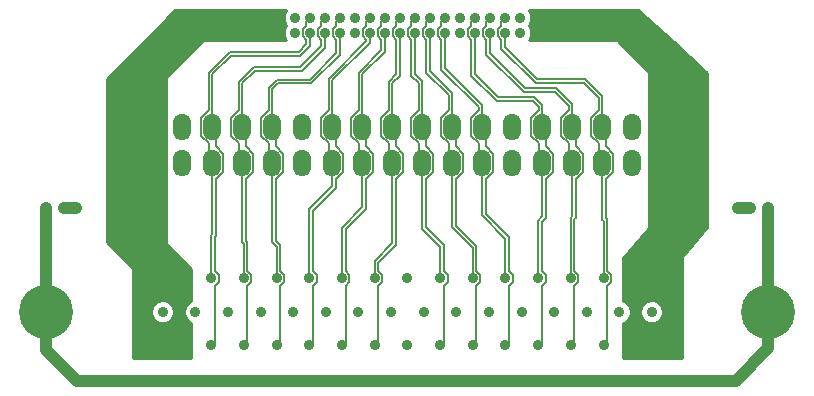
<source format=gbr>
G04 #@! TF.FileFunction,Copper,L1,Top,Signal*
%FSLAX46Y46*%
G04 Gerber Fmt 4.6, Leading zero omitted, Abs format (unit mm)*
G04 Created by KiCad (PCBNEW 4.0.4-stable) date 2016 October 17, Monday 14:50:17*
%MOMM*%
%LPD*%
G01*
G04 APERTURE LIST*
%ADD10C,0.100000*%
%ADD11R,1.524000X2.286000*%
%ADD12O,1.524000X2.286000*%
%ADD13C,0.900000*%
%ADD14R,0.800000X0.750000*%
%ADD15C,4.572000*%
%ADD16C,0.914400*%
%ADD17C,0.600000*%
%ADD18C,0.508000*%
%ADD19C,1.016000*%
%ADD20C,0.152400*%
%ADD21C,0.250000*%
%ADD22C,0.381000*%
%ADD23C,0.254000*%
G04 APERTURE END LIST*
D10*
D11*
X117419120Y-89809320D03*
D12*
X119959120Y-89809320D03*
X122499120Y-89809320D03*
X125039120Y-89809320D03*
X127579120Y-89809320D03*
X130119120Y-89809320D03*
X132659120Y-89809320D03*
X135199120Y-89809320D03*
X137739120Y-89809320D03*
X140279120Y-89809320D03*
X142819120Y-89809320D03*
X145359120Y-89809320D03*
X147899120Y-89809320D03*
X150439120Y-89809320D03*
X152979120Y-89809320D03*
X155519120Y-89809320D03*
X158059120Y-89809320D03*
X160599120Y-89809320D03*
X163139120Y-89809320D03*
X165679120Y-89809320D03*
X117419120Y-86761320D03*
X119959120Y-86761320D03*
X122499120Y-86761320D03*
X125039120Y-86761320D03*
X127579120Y-86761320D03*
X130119120Y-86761320D03*
X132659120Y-86761320D03*
X135199120Y-86761320D03*
X137739120Y-86761320D03*
X140279120Y-86761320D03*
X142819120Y-86761320D03*
X145359120Y-86761320D03*
X147899120Y-86761320D03*
X150439120Y-86761320D03*
X152979120Y-86761320D03*
X155519120Y-86761320D03*
X158059120Y-86761320D03*
X160599120Y-86761320D03*
X163139120Y-86761320D03*
X165679120Y-86761320D03*
D13*
X129499360Y-77541120D03*
X130769360Y-77541120D03*
X132039360Y-77541120D03*
X133309360Y-77541120D03*
X134579360Y-77541120D03*
X135849360Y-77541120D03*
X137119360Y-77541120D03*
X138389360Y-77541120D03*
X139659360Y-77541120D03*
X140929360Y-77541120D03*
X142199360Y-77541120D03*
X143469360Y-77541120D03*
X144739360Y-77541120D03*
X146009360Y-77541120D03*
X147279360Y-77541120D03*
X148549360Y-77541120D03*
X149819360Y-77541120D03*
X151089360Y-77541120D03*
X152359360Y-77541120D03*
X153629360Y-77541120D03*
X129499360Y-78811120D03*
X130769360Y-78811120D03*
X132039360Y-78811120D03*
X133309360Y-78811120D03*
X134579360Y-78811120D03*
X135849360Y-78811120D03*
X137119360Y-78811120D03*
X138389360Y-78811120D03*
X139659360Y-78811120D03*
X140929360Y-78811120D03*
X142199360Y-78811120D03*
X143469360Y-78811120D03*
X144739360Y-78811120D03*
X146009360Y-78811120D03*
X147279360Y-78811120D03*
X148549360Y-78811120D03*
X149819360Y-78811120D03*
X151089360Y-78811120D03*
X152359360Y-78811120D03*
X153629360Y-78811120D03*
D14*
X110991520Y-93619320D03*
X112491520Y-93619320D03*
X172106020Y-93619320D03*
X170606020Y-93619320D03*
D15*
X172105320Y-102433120D03*
X110992920Y-102433120D03*
D16*
X163697920Y-99588320D03*
X160929320Y-99588320D03*
X158160720Y-99588320D03*
X155392120Y-99588320D03*
X152623520Y-99588320D03*
X149854920Y-99588320D03*
X147086320Y-99588320D03*
X144317720Y-99588320D03*
X141549120Y-99588320D03*
X138780520Y-99588320D03*
X136011920Y-99588320D03*
X133243320Y-99588320D03*
X130474720Y-99588320D03*
X127706120Y-99588320D03*
X124937520Y-99588320D03*
X122168920Y-99588320D03*
X119400320Y-99588320D03*
X162250120Y-102433120D03*
X152623520Y-105277920D03*
X155392120Y-105277920D03*
X158160720Y-105277920D03*
X149854920Y-105277920D03*
X147086320Y-105277920D03*
X160929320Y-105277920D03*
X163697920Y-105277920D03*
X124937520Y-105277920D03*
X119400320Y-105277920D03*
X122168920Y-105277920D03*
X141549120Y-105277920D03*
X130474720Y-105277920D03*
X144317720Y-105277920D03*
X133243320Y-105277920D03*
X138780520Y-105277920D03*
X136011920Y-105277920D03*
X127706120Y-105277920D03*
X159506920Y-102433120D03*
X156738320Y-102433120D03*
X153969720Y-102433120D03*
X151226520Y-102433120D03*
X148457920Y-102433120D03*
X145689320Y-102433120D03*
X142946120Y-102433120D03*
X140152120Y-102433120D03*
X137408920Y-102433120D03*
X134640320Y-102433120D03*
X131871720Y-102433120D03*
X129128520Y-102433120D03*
X126359920Y-102433120D03*
X123591320Y-102433120D03*
X120848120Y-102433120D03*
D17*
X113515140Y-93619320D03*
X169583100Y-93619320D03*
D18*
X117419120Y-89555320D02*
X117419120Y-87015320D01*
X119400320Y-96286320D02*
X117419120Y-94305120D01*
X117419120Y-94305120D02*
X117419120Y-89555320D01*
X119400320Y-99588320D02*
X119400320Y-96286320D01*
X122168920Y-105277920D02*
X122168920Y-99588320D01*
X119400320Y-105277920D02*
X119400320Y-104631342D01*
X119400320Y-104631342D02*
X119400320Y-99588320D01*
D19*
X112491520Y-93619320D02*
X113515140Y-93619320D01*
X170606020Y-93619320D02*
X169583100Y-93619320D01*
D20*
X130119120Y-96552646D02*
X130474720Y-96908246D01*
X130474720Y-96908246D02*
X130474720Y-99283520D01*
X130474720Y-99283520D02*
X130474720Y-99588320D01*
X130119120Y-89555320D02*
X130119120Y-96552646D01*
X130513184Y-82773530D02*
X129814320Y-83472394D01*
X129814320Y-83472394D02*
X129814320Y-85356028D01*
X129814320Y-85356028D02*
X129179310Y-85991038D01*
X129179310Y-85991038D02*
X129179310Y-87531602D01*
X129179310Y-87531602D02*
X129814320Y-88166612D01*
X129814320Y-88166612D02*
X129814320Y-89250520D01*
X129814320Y-89250520D02*
X130119120Y-89555320D01*
X133307184Y-82773530D02*
X130513184Y-82773530D01*
X135544560Y-80536154D02*
X133307184Y-82773530D01*
X135849360Y-77541120D02*
X135544560Y-77845920D01*
X135544560Y-77845920D02*
X135544560Y-78186774D01*
X135544560Y-78186774D02*
X135221559Y-78509775D01*
X135221559Y-78509775D02*
X135221559Y-79112465D01*
X135221559Y-79112465D02*
X135544560Y-79435466D01*
X135544560Y-79435466D02*
X135544560Y-80536154D01*
X130423920Y-96426394D02*
X130779520Y-96781994D01*
X131109721Y-99893121D02*
X130779520Y-100223321D01*
X130779520Y-100223321D02*
X130779520Y-104973120D01*
X130779520Y-96781994D02*
X130779521Y-98953319D01*
X130779521Y-98953319D02*
X131109721Y-99283519D01*
X131109721Y-99283519D02*
X131109721Y-99893121D01*
X130779520Y-104973120D02*
X130474720Y-105277920D01*
X130119120Y-87015320D02*
X130423920Y-87320120D01*
X130423920Y-87320120D02*
X130423920Y-88404028D01*
X130423920Y-88404028D02*
X131058930Y-89039038D01*
X131058930Y-89039038D02*
X131058930Y-90579602D01*
X131058930Y-90579602D02*
X130423920Y-91214612D01*
X130423920Y-91214612D02*
X130423920Y-96426394D01*
X130119120Y-86710520D02*
X130119120Y-87015320D01*
X130639436Y-83078330D02*
X130119120Y-83598646D01*
X130119120Y-83598646D02*
X130119120Y-86710520D01*
X133433436Y-83078330D02*
X130639436Y-83078330D01*
X135849360Y-80662406D02*
X133433436Y-83078330D01*
X135849360Y-78811120D02*
X135849360Y-80662406D01*
X135199120Y-91803594D02*
X133243320Y-93759394D01*
X133243320Y-93759394D02*
X133243320Y-99283520D01*
X133243320Y-99283520D02*
X133243320Y-99588320D01*
X135199120Y-89555320D02*
X135199120Y-91803594D01*
X138084560Y-79504852D02*
X134894320Y-82695092D01*
X134894320Y-85356028D02*
X134259310Y-85991038D01*
X134894320Y-82695092D02*
X134894320Y-85356028D01*
X134259310Y-85991038D02*
X134259310Y-87531602D01*
X134894320Y-88166612D02*
X134894320Y-89250520D01*
X134259310Y-87531602D02*
X134894320Y-88166612D01*
X134894320Y-89250520D02*
X135199120Y-89555320D01*
X138389360Y-77541120D02*
X138084560Y-77845920D01*
X138084560Y-78186774D02*
X137761559Y-78509775D01*
X138084560Y-77845920D02*
X138084560Y-78186774D01*
X137761559Y-78509775D02*
X137761559Y-79112465D01*
X137761559Y-79112465D02*
X138084560Y-79435466D01*
X138084560Y-79435466D02*
X138084560Y-79504852D01*
X135503920Y-91929846D02*
X133548120Y-93885646D01*
X133548120Y-93885646D02*
X133548121Y-98953319D01*
X133548121Y-98953319D02*
X133878321Y-99283519D01*
X133878321Y-99283519D02*
X133878321Y-99893121D01*
X133878321Y-99893121D02*
X133548120Y-100223321D01*
X133548120Y-100223321D02*
X133548120Y-104973120D01*
X133548120Y-104973120D02*
X133243320Y-105277920D01*
X135199120Y-87015320D02*
X135503920Y-87320120D01*
X135503920Y-87320120D02*
X135503920Y-88404028D01*
X136138930Y-89039038D02*
X136138930Y-90579602D01*
X135503920Y-88404028D02*
X136138930Y-89039038D01*
X136138930Y-90579602D02*
X135503920Y-91214612D01*
X135503920Y-91214612D02*
X135503920Y-91929846D01*
X138389360Y-79631104D02*
X135199120Y-82821344D01*
X135199120Y-82821344D02*
X135199120Y-86710520D01*
X135199120Y-86710520D02*
X135199120Y-87015320D01*
X138389360Y-78811120D02*
X138389360Y-79631104D01*
X137739120Y-93581594D02*
X136011920Y-95308794D01*
X136011920Y-95308794D02*
X136011920Y-99283520D01*
X136011920Y-99283520D02*
X136011920Y-99588320D01*
X137739120Y-89555320D02*
X137739120Y-93581594D01*
X139354560Y-80282154D02*
X137434320Y-82202394D01*
X137434320Y-82202394D02*
X137434320Y-85356028D01*
X137434320Y-85356028D02*
X136799310Y-85991038D01*
X136799310Y-85991038D02*
X136799310Y-87531602D01*
X137434320Y-88166612D02*
X137434320Y-89250520D01*
X137434320Y-89250520D02*
X137739120Y-89555320D01*
X136799310Y-87531602D02*
X137434320Y-88166612D01*
X139659360Y-77541120D02*
X139354560Y-77845920D01*
X139354560Y-78186774D02*
X139031559Y-78509775D01*
X139031559Y-79112465D02*
X139354560Y-79435466D01*
X139354560Y-77845920D02*
X139354560Y-78186774D01*
X139031559Y-78509775D02*
X139031559Y-79112465D01*
X139354560Y-79435466D02*
X139354560Y-80282154D01*
X136316721Y-98953319D02*
X136646921Y-99283519D01*
X138043920Y-93707846D02*
X136316720Y-95435046D01*
X136316720Y-104973120D02*
X136011920Y-105277920D01*
X136316720Y-95435046D02*
X136316721Y-98953319D01*
X136646921Y-99283519D02*
X136646921Y-99893121D01*
X136646921Y-99893121D02*
X136316720Y-100223321D01*
X136316720Y-100223321D02*
X136316720Y-104973120D01*
X137739120Y-87015320D02*
X138043920Y-87320120D01*
X138043920Y-88404028D02*
X138678930Y-89039038D01*
X138043920Y-87320120D02*
X138043920Y-88404028D01*
X138043920Y-91214612D02*
X138043920Y-93707846D01*
X138678930Y-89039038D02*
X138678930Y-90579602D01*
X138678930Y-90579602D02*
X138043920Y-91214612D01*
X139659360Y-80408406D02*
X137739120Y-82328646D01*
X137739120Y-86710520D02*
X137739120Y-87015320D01*
X137739120Y-82328646D02*
X137739120Y-86710520D01*
X139659360Y-78811120D02*
X139659360Y-80408406D01*
X140279120Y-96629594D02*
X138780520Y-98128194D01*
X138780520Y-98128194D02*
X138780520Y-99283520D01*
X138780520Y-99283520D02*
X138780520Y-99588320D01*
X140279120Y-89555320D02*
X140279120Y-96629594D01*
X140624560Y-82314154D02*
X139974320Y-82964394D01*
X139974320Y-85356028D02*
X139339310Y-85991038D01*
X139974320Y-82964394D02*
X139974320Y-85356028D01*
X139339310Y-85991038D02*
X139339310Y-87531602D01*
X139339310Y-87531602D02*
X139974320Y-88166612D01*
X139974320Y-88166612D02*
X139974320Y-89250520D01*
X139974320Y-89250520D02*
X140279120Y-89555320D01*
X140929360Y-77541120D02*
X140624560Y-77845920D01*
X140624560Y-77845920D02*
X140624560Y-78186774D01*
X140624560Y-78186774D02*
X140301559Y-78509775D01*
X140624560Y-79435466D02*
X140624560Y-82314154D01*
X140301559Y-78509775D02*
X140301559Y-79112465D01*
X140301559Y-79112465D02*
X140624560Y-79435466D01*
X139085321Y-98953319D02*
X139415521Y-99283519D01*
X139085320Y-100223321D02*
X139085320Y-104973120D01*
X140583920Y-96755846D02*
X139085320Y-98254446D01*
X139085320Y-98254446D02*
X139085321Y-98953319D01*
X139415521Y-99283519D02*
X139415521Y-99893121D01*
X139415521Y-99893121D02*
X139085320Y-100223321D01*
X139085320Y-104973120D02*
X138780520Y-105277920D01*
X140279120Y-87015320D02*
X140583920Y-87320120D01*
X140583920Y-87320120D02*
X140583920Y-88404028D01*
X141218930Y-89039038D02*
X141218930Y-90579602D01*
X141218930Y-90579602D02*
X140583920Y-91214612D01*
X140583920Y-88404028D02*
X141218930Y-89039038D01*
X140583920Y-91214612D02*
X140583920Y-96755846D01*
X140279120Y-86710520D02*
X140279120Y-87015320D01*
X140929360Y-82440406D02*
X140279120Y-83090646D01*
X140279120Y-83090646D02*
X140279120Y-86710520D01*
X140929360Y-78811120D02*
X140929360Y-82440406D01*
X145359120Y-95282646D02*
X147086320Y-97009846D01*
X147086320Y-97009846D02*
X147086320Y-99283520D01*
X147086320Y-99283520D02*
X147086320Y-99588320D01*
X145359120Y-89555320D02*
X145359120Y-95282646D01*
X144419310Y-85991038D02*
X144419310Y-87531602D01*
X145054320Y-88166612D02*
X145054320Y-89250520D01*
X145054320Y-84055846D02*
X145054320Y-85356028D01*
X143469360Y-77541120D02*
X143164560Y-77845920D01*
X142841559Y-79112465D02*
X143164560Y-79435466D01*
X145054320Y-85356028D02*
X144419310Y-85991038D01*
X143164560Y-77845920D02*
X143164560Y-78186774D01*
X144419310Y-87531602D02*
X145054320Y-88166612D01*
X143164560Y-78186774D02*
X142841559Y-78509775D01*
X142841559Y-78509775D02*
X142841559Y-79112465D01*
X145054320Y-89250520D02*
X145359120Y-89555320D01*
X143164560Y-79435466D02*
X143164560Y-82166086D01*
X143164560Y-82166086D02*
X145054320Y-84055846D01*
X145663920Y-95156394D02*
X147391120Y-96883594D01*
X147391120Y-96883594D02*
X147391121Y-98953319D01*
X147391121Y-98953319D02*
X147721321Y-99283519D01*
X147721321Y-99893121D02*
X147391120Y-100223321D01*
X147721321Y-99283519D02*
X147721321Y-99893121D01*
X147391120Y-100223321D02*
X147391120Y-104973120D01*
X147391120Y-104973120D02*
X147086320Y-105277920D01*
X145359120Y-87015320D02*
X145663920Y-87320120D01*
X145663920Y-87320120D02*
X145663920Y-88404028D01*
X145663920Y-88404028D02*
X146298930Y-89039038D01*
X146298930Y-89039038D02*
X146298930Y-90579602D01*
X146298930Y-90579602D02*
X145663920Y-91214612D01*
X145663920Y-91214612D02*
X145663920Y-95156394D01*
X143469360Y-82039834D02*
X145359120Y-83929594D01*
X145359120Y-83929594D02*
X145359120Y-86710520D01*
X145359120Y-86710520D02*
X145359120Y-87015320D01*
X143469360Y-78811120D02*
X143469360Y-82039834D01*
X155519120Y-94343594D02*
X155392120Y-94470594D01*
X155392120Y-94470594D02*
X155392120Y-99283520D01*
X155392120Y-99283520D02*
X155392120Y-99588320D01*
X155519120Y-89555320D02*
X155519120Y-94343594D01*
X154017851Y-83789520D02*
X155214320Y-84985989D01*
X155214320Y-84985989D02*
X155214320Y-85356028D01*
X155214320Y-85356028D02*
X154579310Y-85991038D01*
X155214320Y-88166612D02*
X155214320Y-89250520D01*
X154579310Y-85991038D02*
X154579310Y-87531602D01*
X154579310Y-87531602D02*
X155214320Y-88166612D01*
X155214320Y-89250520D02*
X155519120Y-89555320D01*
X151391994Y-83789520D02*
X154017851Y-83789520D01*
X148244560Y-80642086D02*
X151391994Y-83789520D01*
X148549360Y-77541120D02*
X148244560Y-77845920D01*
X148244560Y-77845920D02*
X148244560Y-78186774D01*
X147921559Y-79112465D02*
X148244560Y-79435466D01*
X148244560Y-78186774D02*
X147921559Y-78509775D01*
X147921559Y-78509775D02*
X147921559Y-79112465D01*
X148244560Y-79435466D02*
X148244560Y-80642086D01*
X153258521Y-99893121D02*
X152928320Y-100223321D01*
X153283920Y-94469846D02*
X152928320Y-94825446D01*
X152928320Y-94825446D02*
X152928321Y-98953319D01*
X152928321Y-98953319D02*
X153258521Y-99283519D01*
X152928320Y-100223321D02*
X152928320Y-104973120D01*
X153258521Y-99283519D02*
X153258521Y-99893121D01*
X152928320Y-104973120D02*
X152623520Y-105277920D01*
X152979120Y-87015320D02*
X153283920Y-87320120D01*
X153283920Y-88404028D02*
X153918930Y-89039038D01*
X153283920Y-87320120D02*
X153283920Y-88404028D01*
X153918930Y-89039038D02*
X153918930Y-90579602D01*
X153283920Y-91214612D02*
X153283920Y-94469846D01*
X153918930Y-90579602D02*
X153283920Y-91214612D01*
X152979120Y-86710520D02*
X152979120Y-87015320D01*
X152280246Y-84246720D02*
X152979120Y-84945594D01*
X152979120Y-84945594D02*
X152979120Y-86710520D01*
X149232246Y-84246720D02*
X152280246Y-84246720D01*
X147279360Y-82293834D02*
X149232246Y-84246720D01*
X147279360Y-78811120D02*
X147279360Y-82293834D01*
X152979120Y-94343594D02*
X152623520Y-94699194D01*
X152623520Y-99283520D02*
X152623520Y-99588320D01*
X152623520Y-94699194D02*
X152623520Y-99283520D01*
X152979120Y-89555320D02*
X152979120Y-94343594D01*
X152153994Y-84551520D02*
X152674320Y-85071846D01*
X152039310Y-87531602D02*
X152674320Y-88166612D01*
X152674320Y-85071846D02*
X152674320Y-85356028D01*
X152674320Y-85356028D02*
X152039310Y-85991038D01*
X152039310Y-85991038D02*
X152039310Y-87531602D01*
X152674320Y-88166612D02*
X152674320Y-89250520D01*
X152674320Y-89250520D02*
X152979120Y-89555320D01*
X149105994Y-84551520D02*
X152153994Y-84551520D01*
X146974560Y-82420086D02*
X149105994Y-84551520D01*
X147279360Y-77541120D02*
X146974560Y-77845920D01*
X146651559Y-79112465D02*
X146974560Y-79435466D01*
X146974560Y-77845920D02*
X146974560Y-78186774D01*
X146974560Y-78186774D02*
X146651559Y-78509775D01*
X146651559Y-78509775D02*
X146651559Y-79112465D01*
X146974560Y-79435466D02*
X146974560Y-82420086D01*
X155696921Y-98953319D02*
X156027121Y-99283519D01*
X155823920Y-94469846D02*
X155696920Y-94596846D01*
X155696920Y-94596846D02*
X155696921Y-98953319D01*
X156027121Y-99893121D02*
X155696920Y-100223321D01*
X156027121Y-99283519D02*
X156027121Y-99893121D01*
X155696920Y-100223321D02*
X155696920Y-104973120D01*
X155696920Y-104973120D02*
X155392120Y-105277920D01*
X155519120Y-87015320D02*
X155823920Y-87320120D01*
X155823920Y-87320120D02*
X155823920Y-88404028D01*
X155823920Y-88404028D02*
X156458930Y-89039038D01*
X156458930Y-89039038D02*
X156458930Y-90579602D01*
X156458930Y-90579602D02*
X155823920Y-91214612D01*
X155823920Y-91214612D02*
X155823920Y-94469846D01*
X155519120Y-86710520D02*
X155519120Y-87015320D01*
X154144103Y-83484720D02*
X155519120Y-84859737D01*
X155519120Y-84859737D02*
X155519120Y-86710520D01*
X151518246Y-83484720D02*
X154144103Y-83484720D01*
X148549360Y-80515834D02*
X151518246Y-83484720D01*
X148549360Y-78811120D02*
X148549360Y-80515834D01*
X147899120Y-94266646D02*
X149854920Y-96222446D01*
X149854920Y-99283520D02*
X149854920Y-99588320D01*
X149854920Y-96222446D02*
X149854920Y-99283520D01*
X147899120Y-89555320D02*
X147899120Y-94266646D01*
X144434560Y-81912086D02*
X147594320Y-85071846D01*
X147594320Y-85071846D02*
X147594320Y-85356028D01*
X147594320Y-85356028D02*
X146959310Y-85991038D01*
X147594320Y-88166612D02*
X147594320Y-89250520D01*
X146959310Y-85991038D02*
X146959310Y-87531602D01*
X146959310Y-87531602D02*
X147594320Y-88166612D01*
X147594320Y-89250520D02*
X147899120Y-89555320D01*
X144739360Y-77541120D02*
X144434560Y-77845920D01*
X144434560Y-77845920D02*
X144434560Y-78186774D01*
X144434560Y-78186774D02*
X144111559Y-78509775D01*
X144111559Y-78509775D02*
X144111559Y-79112465D01*
X144111559Y-79112465D02*
X144434560Y-79435466D01*
X144434560Y-79435466D02*
X144434560Y-81912086D01*
X127883920Y-96426394D02*
X128010920Y-96553394D01*
X128010920Y-96553394D02*
X128010921Y-98953319D01*
X128010921Y-98953319D02*
X128341121Y-99283519D01*
X128341121Y-99283519D02*
X128341121Y-99893121D01*
X128341121Y-99893121D02*
X128010920Y-100223321D01*
X128010920Y-104973120D02*
X127706120Y-105277920D01*
X128010920Y-100223321D02*
X128010920Y-104973120D01*
X127579120Y-87015320D02*
X127883920Y-87320120D01*
X127883920Y-87320120D02*
X127883920Y-88404028D01*
X127883920Y-88404028D02*
X128518930Y-89039038D01*
X128518930Y-89039038D02*
X128518930Y-90579602D01*
X128518930Y-90579602D02*
X127883920Y-91214612D01*
X127883920Y-91214612D02*
X127883920Y-96426394D01*
X127579120Y-83090646D02*
X127579120Y-86710520D01*
X128658246Y-82011520D02*
X127579120Y-83090646D01*
X127579120Y-86710520D02*
X127579120Y-87015320D01*
X132624433Y-82011520D02*
X128658246Y-82011520D01*
X134579360Y-80056593D02*
X132624433Y-82011520D01*
X134579360Y-78811120D02*
X134579360Y-80056593D01*
X125242320Y-100223321D02*
X125242320Y-104973120D01*
X125343920Y-95993846D02*
X125242320Y-96095446D01*
X125242320Y-96095446D02*
X125242321Y-98953319D01*
X125242321Y-98953319D02*
X125572521Y-99283519D01*
X125572521Y-99283519D02*
X125572521Y-99893121D01*
X125572521Y-99893121D02*
X125242320Y-100223321D01*
X125242320Y-104973120D02*
X124937520Y-105277920D01*
X125343920Y-87320120D02*
X125343920Y-88404028D01*
X125039120Y-87015320D02*
X125343920Y-87320120D01*
X125343920Y-88404028D02*
X125978930Y-89039038D01*
X125978930Y-89039038D02*
X125978930Y-90579602D01*
X125978930Y-90579602D02*
X125343920Y-91214612D01*
X125343920Y-91214612D02*
X125343920Y-95993846D01*
X126626246Y-80741520D02*
X125039120Y-82328646D01*
X125039120Y-82328646D02*
X125039120Y-86710520D01*
X125039120Y-86710520D02*
X125039120Y-87015320D01*
X132468246Y-80741520D02*
X126626246Y-80741520D01*
X133309360Y-79900406D02*
X132468246Y-80741520D01*
X133309360Y-78811120D02*
X133309360Y-79900406D01*
X150159720Y-96096194D02*
X150159721Y-98953319D01*
X150489921Y-99893121D02*
X150159720Y-100223321D01*
X150159720Y-100223321D02*
X150159720Y-104973120D01*
X148203920Y-94140394D02*
X150159720Y-96096194D01*
X150159721Y-98953319D02*
X150489921Y-99283519D01*
X150489921Y-99283519D02*
X150489921Y-99893121D01*
X150159720Y-104973120D02*
X149854920Y-105277920D01*
X147899120Y-87015320D02*
X148203920Y-87320120D01*
X148203920Y-87320120D02*
X148203920Y-88404028D01*
X148203920Y-88404028D02*
X148838930Y-89039038D01*
X148838930Y-89039038D02*
X148838930Y-90579602D01*
X148838930Y-90579602D02*
X148203920Y-91214612D01*
X148203920Y-91214612D02*
X148203920Y-94140394D01*
X147899120Y-84945594D02*
X147899120Y-86710520D01*
X144739360Y-81785834D02*
X147899120Y-84945594D01*
X147899120Y-86710520D02*
X147899120Y-87015320D01*
X144739360Y-78811120D02*
X144739360Y-81785834D01*
X125039120Y-95867594D02*
X124937520Y-95969194D01*
X124937520Y-95969194D02*
X124937520Y-99283520D01*
X124937520Y-99283520D02*
X124937520Y-99588320D01*
X125039120Y-89555320D02*
X125039120Y-95867594D01*
X126499994Y-80436720D02*
X124734320Y-82202394D01*
X124734320Y-82202394D02*
X124734320Y-85356028D01*
X124734320Y-85356028D02*
X124099310Y-85991038D01*
X124099310Y-85991038D02*
X124099310Y-87531602D01*
X124099310Y-87531602D02*
X124734320Y-88166612D01*
X124734320Y-88166612D02*
X124734320Y-89250520D01*
X124734320Y-89250520D02*
X125039120Y-89555320D01*
X132341994Y-80436720D02*
X126499994Y-80436720D01*
X133004560Y-79774154D02*
X132341994Y-80436720D01*
X133309360Y-77541120D02*
X133004560Y-77845920D01*
X133004560Y-77845920D02*
X133004560Y-78186774D01*
X133004560Y-78186774D02*
X132681559Y-78509775D01*
X132681559Y-78509775D02*
X132681559Y-79112465D01*
X132681559Y-79112465D02*
X133004560Y-79435466D01*
X133004560Y-79435466D02*
X133004560Y-79774154D01*
X158059120Y-94631612D02*
X158160720Y-94733212D01*
X158059120Y-89555320D02*
X158059120Y-94631612D01*
X158160720Y-94733212D02*
X158160720Y-99283520D01*
X158160720Y-99283520D02*
X158160720Y-99588320D01*
X156471994Y-83027520D02*
X157754320Y-84309846D01*
X157754320Y-84309846D02*
X157754320Y-85356028D01*
X157754320Y-85356028D02*
X157119310Y-85991038D01*
X157119310Y-85991038D02*
X157119310Y-87531602D01*
X157754320Y-88166612D02*
X157754320Y-89250520D01*
X157119310Y-87531602D02*
X157754320Y-88166612D01*
X157754320Y-89250520D02*
X158059120Y-89555320D01*
X152407994Y-83027520D02*
X156471994Y-83027520D01*
X149514560Y-80134086D02*
X152407994Y-83027520D01*
X149819360Y-77541120D02*
X149514560Y-77845920D01*
X149191559Y-78509775D02*
X149191559Y-79112465D01*
X149514560Y-77845920D02*
X149514560Y-78186774D01*
X149514560Y-78186774D02*
X149191559Y-78509775D01*
X149191559Y-79112465D02*
X149514560Y-79435466D01*
X149514560Y-79435466D02*
X149514560Y-80134086D01*
X158363920Y-94469846D02*
X158465520Y-94571446D01*
X158795721Y-99283519D02*
X158795721Y-99893121D01*
X158465520Y-94571446D02*
X158465521Y-98953319D01*
X158465520Y-104973120D02*
X158160720Y-105277920D01*
X158465521Y-98953319D02*
X158795721Y-99283519D01*
X158795721Y-99893121D02*
X158465520Y-100223321D01*
X158465520Y-100223321D02*
X158465520Y-104973120D01*
X158059120Y-87015320D02*
X158363920Y-87320120D01*
X158363920Y-91214612D02*
X158363920Y-94469846D01*
X158363920Y-87320120D02*
X158363920Y-88404028D01*
X158363920Y-88404028D02*
X158998930Y-89039038D01*
X158998930Y-90579602D02*
X158363920Y-91214612D01*
X158998930Y-89039038D02*
X158998930Y-90579602D01*
X158059120Y-84183594D02*
X158059120Y-86710520D01*
X156598246Y-82722720D02*
X158059120Y-84183594D01*
X158059120Y-86710520D02*
X158059120Y-87015320D01*
X152534246Y-82722720D02*
X156598246Y-82722720D01*
X149819360Y-80007834D02*
X152534246Y-82722720D01*
X149819360Y-78811120D02*
X149819360Y-80007834D01*
X127579120Y-96552646D02*
X127706120Y-96679646D01*
X127706120Y-96679646D02*
X127706120Y-99283520D01*
X127706120Y-99283520D02*
X127706120Y-99588320D01*
X127579120Y-89555320D02*
X127579120Y-96552646D01*
X128531994Y-81706720D02*
X127274320Y-82964394D01*
X127274320Y-82964394D02*
X127274320Y-85356028D01*
X127274320Y-85356028D02*
X126639310Y-85991038D01*
X126639310Y-85991038D02*
X126639310Y-87531602D01*
X126639310Y-87531602D02*
X127274320Y-88166612D01*
X127274320Y-89250520D02*
X127579120Y-89555320D01*
X127274320Y-88166612D02*
X127274320Y-89250520D01*
X132498181Y-81706720D02*
X128531994Y-81706720D01*
X134274560Y-79930341D02*
X132498181Y-81706720D01*
X134579360Y-77541120D02*
X134274560Y-77845920D01*
X134274560Y-77845920D02*
X134274560Y-78186774D01*
X134274560Y-78186774D02*
X133951559Y-78509775D01*
X133951559Y-78509775D02*
X133951559Y-79112465D01*
X133951559Y-79112465D02*
X134274560Y-79435466D01*
X134274560Y-79435466D02*
X134274560Y-79930341D01*
D19*
X172105320Y-102433120D02*
X172105320Y-93620020D01*
D21*
X172105320Y-93620020D02*
X172106020Y-93619320D01*
D19*
X172105320Y-105478580D02*
X172105320Y-102433120D01*
X113574088Y-108247180D02*
X169336720Y-108247180D01*
X169336720Y-108247180D02*
X172105320Y-105478580D01*
X110992920Y-102433120D02*
X110992920Y-105666012D01*
X110992920Y-105666012D02*
X113574088Y-108247180D01*
X110991520Y-93619320D02*
X110991520Y-102431720D01*
D22*
X110991520Y-102431720D02*
X110992920Y-102433120D01*
D20*
X142819120Y-95404566D02*
X144317720Y-96903166D01*
X144317720Y-96903166D02*
X144317720Y-99283520D01*
X144317720Y-99283520D02*
X144317720Y-99588320D01*
X142819120Y-89555320D02*
X142819120Y-95404566D01*
X141894560Y-82420086D02*
X142514320Y-83039846D01*
X142514320Y-83039846D02*
X142514320Y-85356028D01*
X142514320Y-85356028D02*
X141879310Y-85991038D01*
X141879310Y-85991038D02*
X141879310Y-87531602D01*
X141879310Y-87531602D02*
X142514320Y-88166612D01*
X142514320Y-88166612D02*
X142514320Y-89250520D01*
X142514320Y-89250520D02*
X142819120Y-89555320D01*
X142199360Y-77541120D02*
X141894560Y-77845920D01*
X141894560Y-78186774D02*
X141571559Y-78509775D01*
X141894560Y-77845920D02*
X141894560Y-78186774D01*
X141571559Y-78509775D02*
X141571559Y-79112465D01*
X141571559Y-79112465D02*
X141894560Y-79435466D01*
X141894560Y-79435466D02*
X141894560Y-82420086D01*
X144952721Y-99283519D02*
X144952721Y-99893121D01*
X143123920Y-95278314D02*
X144622520Y-96776914D01*
X144622520Y-96776914D02*
X144622521Y-98953319D01*
X144622520Y-100223321D02*
X144622520Y-104973120D01*
X144622521Y-98953319D02*
X144952721Y-99283519D01*
X144952721Y-99893121D02*
X144622520Y-100223321D01*
X144622520Y-104973120D02*
X144317720Y-105277920D01*
X143758930Y-89039038D02*
X143758930Y-90579602D01*
X142819120Y-87015320D02*
X143123920Y-87320120D01*
X143123920Y-87320120D02*
X143123920Y-88404028D01*
X143123920Y-88404028D02*
X143758930Y-89039038D01*
X143758930Y-90579602D02*
X143123920Y-91214612D01*
X143123920Y-91214612D02*
X143123920Y-95278314D01*
X142819120Y-82913594D02*
X142819120Y-86710520D01*
X142199360Y-82293834D02*
X142819120Y-82913594D01*
X142819120Y-86710520D02*
X142819120Y-87015320D01*
X142199360Y-78811120D02*
X142199360Y-82293834D01*
D23*
G36*
X131262120Y-76963369D02*
X131227681Y-76997748D01*
X131081527Y-77349726D01*
X131081194Y-77730842D01*
X131226734Y-78083074D01*
X131262120Y-78118522D01*
X131262120Y-78233369D01*
X131227681Y-78267748D01*
X131081527Y-78619726D01*
X131081194Y-79000842D01*
X131226734Y-79353074D01*
X131262120Y-79388522D01*
X131262120Y-79446120D01*
X124277120Y-79446120D01*
X124227710Y-79456126D01*
X124187317Y-79483317D01*
X121139317Y-82531317D01*
X121111454Y-82573331D01*
X121102120Y-82621120D01*
X121102120Y-96591120D01*
X121112126Y-96640530D01*
X121139317Y-96680923D01*
X123261120Y-98802726D01*
X123261120Y-101525208D01*
X123045293Y-101614386D01*
X122773541Y-101885664D01*
X122626288Y-102240288D01*
X122625953Y-102624268D01*
X122772586Y-102979147D01*
X123043864Y-103250899D01*
X123261120Y-103341112D01*
X123261120Y-106370120D01*
X118308120Y-106370120D01*
X118308120Y-102624268D01*
X119882753Y-102624268D01*
X120029386Y-102979147D01*
X120300664Y-103250899D01*
X120655288Y-103398152D01*
X121039268Y-103398487D01*
X121394147Y-103251854D01*
X121665899Y-102980576D01*
X121813152Y-102625952D01*
X121813487Y-102241972D01*
X121666854Y-101887093D01*
X121395576Y-101615341D01*
X121040952Y-101468088D01*
X120656972Y-101467753D01*
X120302093Y-101614386D01*
X120030341Y-101885664D01*
X119883088Y-102240288D01*
X119882753Y-102624268D01*
X118308120Y-102624268D01*
X118308120Y-98750120D01*
X118298114Y-98700710D01*
X118270923Y-98660317D01*
X116149120Y-96538514D01*
X116149120Y-82673726D01*
X121916726Y-76906120D01*
X131262120Y-76906120D01*
X131262120Y-76963369D01*
X131262120Y-76963369D01*
G37*
X131262120Y-76963369D02*
X131227681Y-76997748D01*
X131081527Y-77349726D01*
X131081194Y-77730842D01*
X131226734Y-78083074D01*
X131262120Y-78118522D01*
X131262120Y-78233369D01*
X131227681Y-78267748D01*
X131081527Y-78619726D01*
X131081194Y-79000842D01*
X131226734Y-79353074D01*
X131262120Y-79388522D01*
X131262120Y-79446120D01*
X124277120Y-79446120D01*
X124227710Y-79456126D01*
X124187317Y-79483317D01*
X121139317Y-82531317D01*
X121111454Y-82573331D01*
X121102120Y-82621120D01*
X121102120Y-96591120D01*
X121112126Y-96640530D01*
X121139317Y-96680923D01*
X123261120Y-98802726D01*
X123261120Y-101525208D01*
X123045293Y-101614386D01*
X122773541Y-101885664D01*
X122626288Y-102240288D01*
X122625953Y-102624268D01*
X122772586Y-102979147D01*
X123043864Y-103250899D01*
X123261120Y-103341112D01*
X123261120Y-106370120D01*
X118308120Y-106370120D01*
X118308120Y-102624268D01*
X119882753Y-102624268D01*
X120029386Y-102979147D01*
X120300664Y-103250899D01*
X120655288Y-103398152D01*
X121039268Y-103398487D01*
X121394147Y-103251854D01*
X121665899Y-102980576D01*
X121813152Y-102625952D01*
X121813487Y-102241972D01*
X121666854Y-101887093D01*
X121395576Y-101615341D01*
X121040952Y-101468088D01*
X120656972Y-101467753D01*
X120302093Y-101614386D01*
X120030341Y-101885664D01*
X119883088Y-102240288D01*
X119882753Y-102624268D01*
X118308120Y-102624268D01*
X118308120Y-98750120D01*
X118298114Y-98700710D01*
X118270923Y-98660317D01*
X116149120Y-96538514D01*
X116149120Y-82673726D01*
X121916726Y-76906120D01*
X131262120Y-76906120D01*
X131262120Y-76963369D01*
G36*
X164197498Y-79667826D02*
X166949120Y-82169300D01*
X166949120Y-95274438D01*
X164820354Y-97778869D01*
X164795977Y-97822996D01*
X164790120Y-97861120D01*
X164790120Y-106370120D01*
X159837120Y-106370120D01*
X159837120Y-103341032D01*
X160052947Y-103251854D01*
X160324699Y-102980576D01*
X160471952Y-102625952D01*
X160471953Y-102624268D01*
X161284753Y-102624268D01*
X161431386Y-102979147D01*
X161702664Y-103250899D01*
X162057288Y-103398152D01*
X162441268Y-103398487D01*
X162796147Y-103251854D01*
X163067899Y-102980576D01*
X163215152Y-102625952D01*
X163215487Y-102241972D01*
X163068854Y-101887093D01*
X162797576Y-101615341D01*
X162442952Y-101468088D01*
X162058972Y-101467753D01*
X161704093Y-101614386D01*
X161432341Y-101885664D01*
X161285088Y-102240288D01*
X161284753Y-102624268D01*
X160471953Y-102624268D01*
X160472287Y-102241972D01*
X160325654Y-101887093D01*
X160054376Y-101615341D01*
X159837120Y-101525128D01*
X159837120Y-97907802D01*
X161965886Y-95403371D01*
X161990263Y-95359244D01*
X161996120Y-95321120D01*
X161996120Y-82113120D01*
X161986114Y-82063710D01*
X161958923Y-82023317D01*
X159418923Y-79483317D01*
X159376909Y-79455454D01*
X159329120Y-79446120D01*
X151836120Y-79446120D01*
X151836120Y-79419298D01*
X151901039Y-79354492D01*
X152047193Y-79002514D01*
X152047526Y-78621398D01*
X151901986Y-78269166D01*
X151836120Y-78203185D01*
X151836120Y-78149297D01*
X151901039Y-78084492D01*
X152047193Y-77732514D01*
X152047526Y-77351398D01*
X151901986Y-76999166D01*
X151836120Y-76933185D01*
X151836120Y-76906120D01*
X161059196Y-76906120D01*
X164197498Y-79667826D01*
X164197498Y-79667826D01*
G37*
X164197498Y-79667826D02*
X166949120Y-82169300D01*
X166949120Y-95274438D01*
X164820354Y-97778869D01*
X164795977Y-97822996D01*
X164790120Y-97861120D01*
X164790120Y-106370120D01*
X159837120Y-106370120D01*
X159837120Y-103341032D01*
X160052947Y-103251854D01*
X160324699Y-102980576D01*
X160471952Y-102625952D01*
X160471953Y-102624268D01*
X161284753Y-102624268D01*
X161431386Y-102979147D01*
X161702664Y-103250899D01*
X162057288Y-103398152D01*
X162441268Y-103398487D01*
X162796147Y-103251854D01*
X163067899Y-102980576D01*
X163215152Y-102625952D01*
X163215487Y-102241972D01*
X163068854Y-101887093D01*
X162797576Y-101615341D01*
X162442952Y-101468088D01*
X162058972Y-101467753D01*
X161704093Y-101614386D01*
X161432341Y-101885664D01*
X161285088Y-102240288D01*
X161284753Y-102624268D01*
X160471953Y-102624268D01*
X160472287Y-102241972D01*
X160325654Y-101887093D01*
X160054376Y-101615341D01*
X159837120Y-101525128D01*
X159837120Y-97907802D01*
X161965886Y-95403371D01*
X161990263Y-95359244D01*
X161996120Y-95321120D01*
X161996120Y-82113120D01*
X161986114Y-82063710D01*
X161958923Y-82023317D01*
X159418923Y-79483317D01*
X159376909Y-79455454D01*
X159329120Y-79446120D01*
X151836120Y-79446120D01*
X151836120Y-79419298D01*
X151901039Y-79354492D01*
X152047193Y-79002514D01*
X152047526Y-78621398D01*
X151901986Y-78269166D01*
X151836120Y-78203185D01*
X151836120Y-78149297D01*
X151901039Y-78084492D01*
X152047193Y-77732514D01*
X152047526Y-77351398D01*
X151901986Y-76999166D01*
X151836120Y-76933185D01*
X151836120Y-76906120D01*
X161059196Y-76906120D01*
X164197498Y-79667826D01*
M02*

</source>
